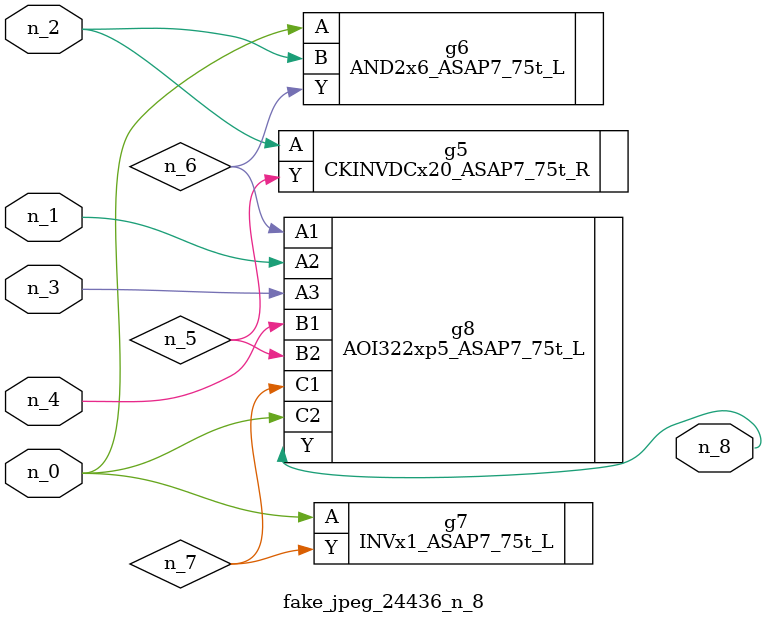
<source format=v>
module fake_jpeg_24436_n_8 (n_3, n_2, n_1, n_0, n_4, n_8);

input n_3;
input n_2;
input n_1;
input n_0;
input n_4;

output n_8;

wire n_6;
wire n_5;
wire n_7;

CKINVDCx20_ASAP7_75t_R g5 ( 
.A(n_2),
.Y(n_5)
);

AND2x6_ASAP7_75t_L g6 ( 
.A(n_0),
.B(n_2),
.Y(n_6)
);

INVx1_ASAP7_75t_L g7 ( 
.A(n_0),
.Y(n_7)
);

AOI322xp5_ASAP7_75t_L g8 ( 
.A1(n_6),
.A2(n_1),
.A3(n_3),
.B1(n_4),
.B2(n_5),
.C1(n_7),
.C2(n_0),
.Y(n_8)
);


endmodule
</source>
